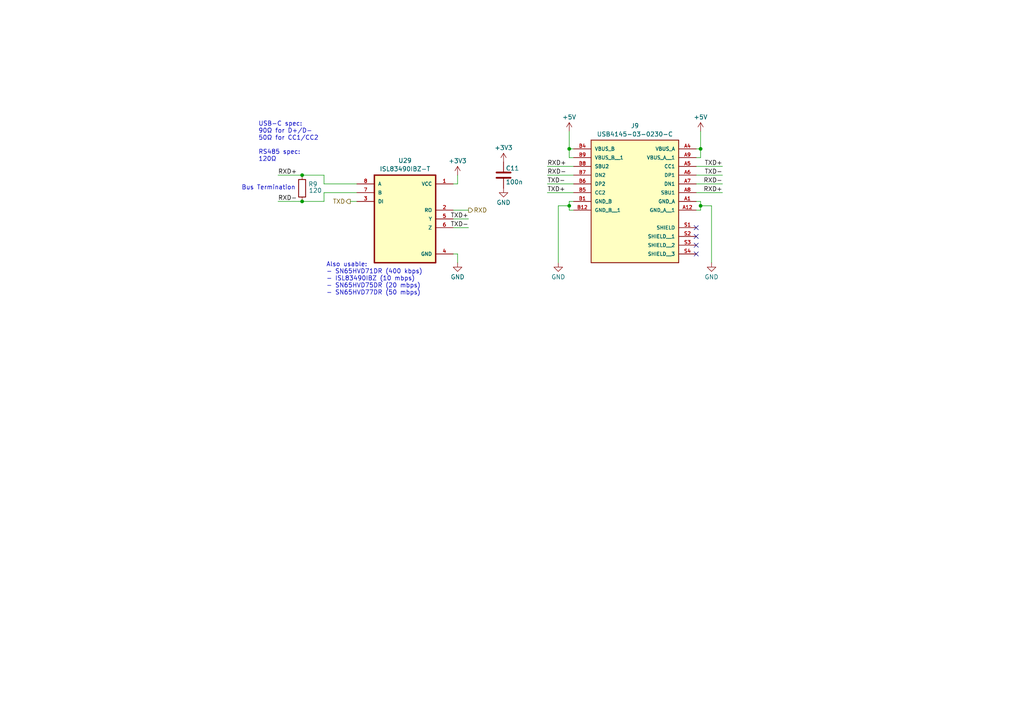
<source format=kicad_sch>
(kicad_sch (version 20230121) (generator eeschema)
  (paper "A4")
  (lib_symbols
    (symbol "Device:C" (pin_numbers hide) (pin_names (offset 0.254))
      (property "Reference" "C" (at 0.635 2.54 0))
      (property "Value" "C" (at 0.635 -2.54 0))
      (symbol "C_0_1"
        (polyline (pts (xy -2.032 -0.762) (xy 2.032 -0.762)) (stroke (width 0.508)))
        (polyline (pts (xy -2.032 0.762) (xy 2.032 0.762)) (stroke (width 0.508)))
      )
      (symbol "C_1_1"
        (pin passive line (at 0 3.81 270) (length 2.794) (name "~") (number "1"))
        (pin passive line (at 0 -3.81 90) (length 2.794) (name "~") (number "2"))
      )
    )
    (symbol "Device:R" (pin_numbers hide) (pin_names (offset 0))
      (property "Reference" "R" (at 2.032 0 90))
      (property "Value" "R" (at 0 0 90))
      (symbol "R_0_1"
        (rectangle (start -1.016 -2.54) (end 1.016 2.54) (stroke (width 0.254)))
      )
      (symbol "R_1_1"
        (pin passive line (at 0 3.81 270) (length 1.27) (name "~") (number "1"))
        (pin passive line (at 0 -3.81 90) (length 1.27) (name "~") (number "2"))
      )
    )
    (symbol "compi:ISL83490IBZ-T" (pin_names (offset 1.016))
      (property "Reference" "U" (at -7.6224 12.704 0))
      (property "Value" "ISL83490IBZ-T" (at -7.6434 -15.2867 0))
      (symbol "ISL83490IBZ-T_0_1"
        (rectangle (start -7.62 -12.7) (end 10.16 12.7) (stroke (width 0.41)) (fill (type background)))
        (pin power_in line (at 15.24 10.16 180) (length 5.08) (name "VCC") (number "1"))
        (pin output line (at 15.24 2.54 180) (length 5.08) (name "RO") (number "2"))
        (pin input line (at -12.7 5.08 0) (length 5.08) (name "DI") (number "3"))
        (pin power_in line (at 15.24 -10.16 180) (length 5.08) (name "GND") (number "4"))
        (pin output line (at 15.24 0 180) (length 5.08) (name "Y") (number "5"))
        (pin output line (at 15.24 -2.54 180) (length 5.08) (name "Z") (number "6"))
        (pin input line (at -12.7 7.62 0) (length 5.08) (name "B") (number "7"))
        (pin input line (at -12.7 10.16 0) (length 5.08) (name "A") (number "8"))
      )
    )
    (symbol "compi:USB4145-03-0230-C" (pin_names (offset 1.016))
      (property "Reference" "J" (at -12.7 10.922 0))
      (property "Value" "USB4145-03-0230-C" (at -12.7 -27.94 0))
      (symbol "USB4145-03-0230-C_0_1"
        (rectangle (start -12.7 -25.4) (end 12.7 10.16) (stroke (width 0.254)) (fill (type background)))
        (pin power_in line (at -17.78 -7.62 0) (length 5.08) (name "GND_A") (number "A1"))
        (pin power_in line (at -17.78 -10.16 0) (length 5.08) (name "GND_A__1") (number "A12"))
        (pin power_in line (at -17.78 7.62 0) (length 5.08) (name "VBUS_A") (number "A4"))
        (pin bidirectional line (at -17.78 2.54 0) (length 5.08) (name "CC1") (number "A5"))
        (pin bidirectional line (at -17.78 0 0) (length 5.08) (name "DP1") (number "A6"))
        (pin bidirectional line (at -17.78 -2.54 0) (length 5.08) (name "DN1") (number "A7"))
        (pin bidirectional line (at -17.78 -5.08 0) (length 5.08) (name "SBU1") (number "A8"))
        (pin power_in line (at -17.78 5.08 0) (length 5.08) (name "VBUS_A__1") (number "A9"))
        (pin power_in line (at 17.78 -7.62 180) (length 5.08) (name "GND_B") (number "B1"))
        (pin power_in line (at 17.78 -10.16 180) (length 5.08) (name "GND_B__1") (number "B12"))
        (pin power_in line (at 17.78 7.62 180) (length 5.08) (name "VBUS_B") (number "B4"))
        (pin bidirectional line (at 17.78 -5.08 180) (length 5.08) (name "CC2") (number "B5"))
        (pin bidirectional line (at 17.78 -2.54 180) (length 5.08) (name "DP2") (number "B6"))
        (pin bidirectional line (at 17.78 0 180) (length 5.08) (name "DN2") (number "B7"))
        (pin bidirectional line (at 17.78 2.54 180) (length 5.08) (name "SBU2") (number "B8"))
        (pin power_in line (at 17.78 5.08 180) (length 5.08) (name "VBUS_B__1") (number "B9"))
        (pin passive line (at -17.78 -15.24 0) (length 5.08) (name "SHIELD") (number "S1"))
        (pin passive line (at -17.78 -17.78 0) (length 5.08) (name "SHIELD__1") (number "S2"))
        (pin passive line (at -17.78 -20.32 0) (length 5.08) (name "SHIELD__2") (number "S3"))
        (pin passive line (at -17.78 -22.86 0) (length 5.08) (name "SHIELD__3") (number "S4"))
      )
    )
    (symbol "power:+3V3" (power) (pin_names (offset 0))
      (property "Value" "+3V3" (at 0 3.556 0))
      (symbol "+3V3_0_1"
        (polyline (pts (xy -0.762 1.27) (xy 0 2.54)))
        (polyline (pts (xy 0 0) (xy 0 2.54)))
        (polyline (pts (xy 0 2.54) (xy 0.762 1.27)))
      )
      (symbol "+3V3_1_1"
        (pin power_in line (at 0 0 90) (length 0) hide (name "+3V3") (number "1"))
      )
    )
    (symbol "power:+5V" (power) (pin_names (offset 0))
      (property "Value" "+5V" (at 0 3.556 0))
      (symbol "+5V_0_1"
        (polyline (pts (xy -0.762 1.27) (xy 0 2.54)))
        (polyline (pts (xy 0 0) (xy 0 2.54)))
        (polyline (pts (xy 0 2.54) (xy 0.762 1.27)))
      )
      (symbol "+5V_1_1"
        (pin power_in line (at 0 0 90) (length 0) hide (name "+5V") (number "1"))
      )
    )
    (symbol "power:GND" (power) (pin_names (offset 0))
      (property "Value" "GND" (at 0 -3.81 0))
      (symbol "GND_0_1"
        (polyline (pts (xy 0 0) (xy 0 -1.27) (xy 1.27 -1.27) (xy 0 -2.54) (xy -1.27 -1.27) (xy 0 -1.27)))
      )
      (symbol "GND_1_1"
        (pin power_in line (at 0 0 270) (length 0) hide (name "GND") (number "1"))
      )
    )
  )
  (junction (at 203.2 59.69))
  (junction (at 87.63 58.42))
  (junction (at 165.1 43.18))
  (junction (at 203.2 43.18))
  (junction (at 87.63 50.8))
  (junction (at 165.1 59.69))
  (no_connect (at 201.93 71.12))
  (no_connect (at 201.93 73.66))
  (no_connect (at 201.93 68.58))
  (no_connect (at 201.93 66.04))
  (wire (pts (xy 158.75 48.26) (xy 166.37 48.26)))
  (wire (pts (xy 80.645 50.8) (xy 87.63 50.8)))
  (wire (pts (xy 165.1 60.96) (xy 166.37 60.96)))
  (wire (pts (xy 131.445 60.96) (xy 135.89 60.96)))
  (wire (pts (xy 161.925 59.69) (xy 161.925 76.2)))
  (wire (pts (xy 87.63 50.8) (xy 93.98 50.8)))
  (wire (pts (xy 101.6 58.42) (xy 103.505 58.42)))
  (wire (pts (xy 165.1 59.69) (xy 165.1 60.96)))
  (wire (pts (xy 131.445 63.5) (xy 135.89 63.5)))
  (wire (pts (xy 201.93 43.18) (xy 203.2 43.18)))
  (wire (pts (xy 165.1 58.42) (xy 166.37 58.42)))
  (wire (pts (xy 93.98 55.88) (xy 103.505 55.88)))
  (wire (pts (xy 131.445 66.04) (xy 135.89 66.04)))
  (wire (pts (xy 165.1 43.18) (xy 165.1 45.72)))
  (wire (pts (xy 203.2 43.18) (xy 203.2 45.72)))
  (wire (pts (xy 165.1 45.72) (xy 166.37 45.72)))
  (wire (pts (xy 203.2 38.1) (xy 203.2 43.18)))
  (wire (pts (xy 209.55 50.8) (xy 201.93 50.8)))
  (wire (pts (xy 93.98 55.88) (xy 93.98 58.42)))
  (wire (pts (xy 158.75 53.34) (xy 166.37 53.34)))
  (wire (pts (xy 206.375 59.69) (xy 206.375 76.2)))
  (wire (pts (xy 93.98 50.8) (xy 93.98 53.34)))
  (wire (pts (xy 203.2 59.69) (xy 206.375 59.69)))
  (wire (pts (xy 203.2 58.42) (xy 203.2 59.69)))
  (wire (pts (xy 158.75 55.88) (xy 166.37 55.88)))
  (wire (pts (xy 93.98 53.34) (xy 103.505 53.34)))
  (wire (pts (xy 165.1 38.1) (xy 165.1 43.18)))
  (wire (pts (xy 80.645 58.42) (xy 87.63 58.42)))
  (wire (pts (xy 161.925 59.69) (xy 165.1 59.69)))
  (wire (pts (xy 209.55 48.26) (xy 201.93 48.26)))
  (wire (pts (xy 201.93 45.72) (xy 203.2 45.72)))
  (wire (pts (xy 87.63 58.42) (xy 93.98 58.42)))
  (wire (pts (xy 203.2 59.69) (xy 203.2 60.96)))
  (wire (pts (xy 165.1 58.42) (xy 165.1 59.69)))
  (wire (pts (xy 209.55 55.88) (xy 201.93 55.88)))
  (wire (pts (xy 131.445 73.66) (xy 132.715 73.66)))
  (wire (pts (xy 131.445 53.34) (xy 132.715 53.34)))
  (wire (pts (xy 209.55 53.34) (xy 201.93 53.34)))
  (wire (pts (xy 201.93 58.42) (xy 203.2 58.42)))
  (wire (pts (xy 132.715 73.66) (xy 132.715 76.2)))
  (wire (pts (xy 132.715 50.8) (xy 132.715 53.34)))
  (wire (pts (xy 201.93 60.96) (xy 203.2 60.96)))
  (wire (pts (xy 165.1 43.18) (xy 166.37 43.18)))
  (wire (pts (xy 158.75 50.8) (xy 166.37 50.8)))
  (text "USB-C spec:\n90Ω for D+/D-\n50Ω for CC1/CC2\n\nRS485 spec:\n120Ω" (at 74.93 46.99 0) (effects (font (size 1.27 1.27)) (justify left bottom)))
  (text "Also usable:\n- SN65HVD71DR (400 kbps)\n- ISL83490IBZ (10 mbps)\n- SN65HVD75DR (20 mbps)\n- SN65HVD77DR (50 mbps)" (at 94.615 85.725 0) (effects (font (size 1.27 1.27)) (justify left bottom)))
  (text "Bus Termination" (at 85.725 55.245 0) (effects (font (size 1.27 1.27)) (justify right bottom)))
  (label "RXD+" (at 80.645 50.8 0))
  (label "TXD+" (at 209.55 48.26 180))
  (label "TXD+" (at 135.89 63.5 180))
  (label "RXD-" (at 209.55 53.34 180))
  (label "RXD-" (at 158.75 50.8 0))
  (label "TXD+" (at 158.75 55.88 0))
  (label "TXD-" (at 135.89 66.04 180))
  (label "TXD-" (at 158.75 53.34 0))
  (label "RXD-" (at 80.645 58.42 0))
  (label "TXD-" (at 209.55 50.8 180))
  (label "RXD+" (at 209.55 55.88 180))
  (label "RXD+" (at 158.75 48.26 0))
  (hierarchical_label "RXD" (shape output) (at 135.89 60.96 0))
  (hierarchical_label "TXD" (shape output) (at 101.6 58.42 180))
  (symbol (lib_id "power:+3V3") (at 146.05 46.99 0) (unit 1)
    (property "Reference" "#PWR053" (effects hide))
    (property "Value" "+3V3" (at 146.05 42.8569 0))
    (instances (project "ice40-up5k-breakout" (path "" (reference "#PWR053") (unit 1)) (path "" (reference "#PWR0148") (unit 1)) (path "" (reference "#PWR0146") (unit 1)) (path "" (reference "#PWR0144") (unit 1)) (path "" (reference "#PWR0142") (unit 1)) (path "" (reference "#PWR072") (unit 1)) (path "" (reference "#PWR068") (unit 1)) (path "" (reference "#PWR064") (unit 1)) (path "" (reference "#PWR060") (unit 1)) (path "" (reference "#PWR?") (unit 1)) (path "" (reference "#PWR049") (unit 1)) (path "" (reference "#PWR045") (unit 1)) (path "" (reference "#PWR041") (unit 1)) (path "" (reference "#PWR035") (unit 1)) (path "" (reference "#PWR031") (unit 1)) (path "" (reference "#PWR027") (unit 1)) (path "" (reference "#PWR023") (unit 1))))
  )
  (symbol (lib_id "power:GND") (at 206.375 76.2 0) (unit 1)
    (property "Reference" "#PWR0126" (effects hide))
    (property "Value" "GND" (at 206.375 80.3331 0))
    (instances (project "ice40-up5k-breakout" (path "" (reference "#PWR0126") (unit 1)) (path "" (reference "#PWR0127") (unit 1)) (path "" (reference "#PWR0128") (unit 1)) (path "" (reference "#PWR0129") (unit 1)) (path "" (reference "#PWR0130") (unit 1)) (path "" (reference "#PWR0133") (unit 1)) (path "" (reference "#PWR0131") (unit 1)) (path "" (reference "#PWR0132") (unit 1)) (path "" (reference "#PWR0134") (unit 1)) (path "" (reference "#PWR0135") (unit 1)) (path "" (reference "#PWR0136") (unit 1)) (path "" (reference "#PWR0137") (unit 1)) (path "" (reference "#PWR0138") (unit 1)) (path "" (reference "#PWR0139") (unit 1)) (path "" (reference "#PWR0140") (unit 1)) (path "" (reference "#PWR0141") (unit 1))))
  )
  (symbol (lib_id "power:GND") (at 161.925 76.2 0) (unit 1)
    (property "Reference" "#PWR0110" (effects hide))
    (property "Value" "GND" (at 161.925 80.3331 0))
    (instances (project "ice40-up5k-breakout" (path "" (reference "#PWR0110") (unit 1)) (path "" (reference "#PWR0111") (unit 1)) (path "" (reference "#PWR0112") (unit 1)) (path "" (reference "#PWR0113") (unit 1)) (path "" (reference "#PWR0114") (unit 1)) (path "" (reference "#PWR0117") (unit 1)) (path "" (reference "#PWR0115") (unit 1)) (path "" (reference "#PWR0116") (unit 1)) (path "" (reference "#PWR0118") (unit 1)) (path "" (reference "#PWR0119") (unit 1)) (path "" (reference "#PWR0120") (unit 1)) (path "" (reference "#PWR0121") (unit 1)) (path "" (reference "#PWR0122") (unit 1)) (path "" (reference "#PWR0123") (unit 1)) (path "" (reference "#PWR0124") (unit 1)) (path "" (reference "#PWR0125") (unit 1))))
  )
  (symbol (lib_id "Device:R") (at 87.63 54.61 180) (unit 1)
    (property "Reference" "R9" (at 89.408 53.3979 0) (effects (justify right)))
    (property "Value" "120" (at 89.535 55.245 0) (effects (justify right)))
    (property "Footprint" "Resistor_SMD:R_0603_1608Metric_Pad0.98x0.95mm_HandSolder" (effects hide))
    (instances (project "ice40-up5k-breakout" (path "" (reference "R9") (unit 1)) (path "" (reference "R18") (unit 1)) (path "" (reference "R16") (unit 1)) (path "" (reference "R15") (unit 1)) (path "" (reference "R14") (unit 1)) (path "" (reference "R13") (unit 1)) (path "" (reference "R12") (unit 1)) (path "" (reference "R11") (unit 1)) (path "" (reference "R10") (unit 1)) (path "" (reference "R1") (unit 1)) (path "" (reference "R7") (unit 1)) (path "" (reference "R6") (unit 1)) (path "" (reference "R8") (unit 1)) (path "" (reference "R5") (unit 1)) (path "" (reference "R4") (unit 1)) (path "" (reference "R3") (unit 1)) (path "" (reference "R2") (unit 1))))
  )
  (symbol (lib_id "Device:C") (at 146.05 50.8 0) (unit 1)
    (property "Reference" "C11" (at 146.685 49.53 0) (effects (justify left bottom)))
    (property "Value" "100n" (at 146.685 52.07 0) (effects (justify left top)))
    (property "Footprint" "Capacitor_SMD:C_0603_1608Metric_Pad1.08x0.95mm_HandSolder" (effects hide))
    (instances (project "ice40-up5k-breakout" (path "" (reference "C11") (unit 1)) (path "" (reference "C19") (unit 1)) (path "" (reference "C18") (unit 1)) (path "" (reference "C17") (unit 1)) (path "" (reference "C16") (unit 1)) (path "" (reference "C15") (unit 1)) (path "" (reference "C14") (unit 1)) (path "" (reference "C13") (unit 1)) (path "" (reference "C12") (unit 1)) (path "" (reference "C?") (unit 1)) (path "" (reference "C10") (unit 1)) (path "" (reference "C9") (unit 1)) (path "" (reference "C8") (unit 1)) (path "" (reference "C7") (unit 1)) (path "" (reference "C6") (unit 1)) (path "" (reference "C5") (unit 1)) (path "" (reference "C4") (unit 1))))
  )
  (symbol (lib_id "power:+3V3") (at 132.715 50.8 0) (unit 1)
    (property "Reference" "#PWR06" (effects hide))
    (property "Value" "+3V3" (at 132.715 46.6669 0))
    (instances (project "ice40-up5k-breakout" (path "" (reference "#PWR06") (unit 1)) (path "" (reference "#PWR09") (unit 1)) (path "" (reference "#PWR013") (unit 1)) (path "" (reference "#PWR017") (unit 1)) (path "" (reference "#PWR021") (unit 1)) (path "" (reference "#PWR033") (unit 1)) (path "" (reference "#PWR025") (unit 1)) (path "" (reference "#PWR029") (unit 1)) (path "" (reference "#PWR039") (unit 1)) (path "" (reference "#PWR043") (unit 1)) (path "" (reference "#PWR047") (unit 1)) (path "" (reference "#PWR051") (unit 1)) (path "" (reference "#PWR058") (unit 1)) (path "" (reference "#PWR062") (unit 1)) (path "" (reference "#PWR066") (unit 1)) (path "" (reference "#PWR070") (unit 1))))
  )
  (symbol (lib_id "power:+5V") (at 203.2 38.1 0) (unit 1)
    (property "Reference" "#PWR094" (effects hide))
    (property "Value" "+5V" (at 203.2 33.9669 0))
    (instances (project "ice40-up5k-breakout" (path "" (reference "#PWR094") (unit 1)) (path "" (reference "#PWR095") (unit 1)) (path "" (reference "#PWR096") (unit 1)) (path "" (reference "#PWR097") (unit 1)) (path "" (reference "#PWR098") (unit 1)) (path "" (reference "#PWR0101") (unit 1)) (path "" (reference "#PWR099") (unit 1)) (path "" (reference "#PWR0100") (unit 1)) (path "" (reference "#PWR0102") (unit 1)) (path "" (reference "#PWR0103") (unit 1)) (path "" (reference "#PWR0104") (unit 1)) (path "" (reference "#PWR0105") (unit 1)) (path "" (reference "#PWR0106") (unit 1)) (path "" (reference "#PWR0107") (unit 1)) (path "" (reference "#PWR0108") (unit 1)) (path "" (reference "#PWR0109") (unit 1))))
  )
  (symbol (lib_id "power:GND") (at 132.715 76.2 0) (unit 1)
    (property "Reference" "#PWR05" (effects hide))
    (property "Value" "GND" (at 132.715 80.3331 0))
    (instances (project "ice40-up5k-breakout" (path "" (reference "#PWR05") (unit 1)) (path "" (reference "#PWR010") (unit 1)) (path "" (reference "#PWR014") (unit 1)) (path "" (reference "#PWR018") (unit 1)) (path "" (reference "#PWR022") (unit 1)) (path "" (reference "#PWR034") (unit 1)) (path "" (reference "#PWR026") (unit 1)) (path "" (reference "#PWR030") (unit 1)) (path "" (reference "#PWR040") (unit 1)) (path "" (reference "#PWR044") (unit 1)) (path "" (reference "#PWR048") (unit 1)) (path "" (reference "#PWR052") (unit 1)) (path "" (reference "#PWR059") (unit 1)) (path "" (reference "#PWR063") (unit 1)) (path "" (reference "#PWR067") (unit 1)) (path "" (reference "#PWR071") (unit 1))))
  )
  (symbol (lib_id "compi:USB4145-03-0230-C") (at 184.15 50.8 0) (mirror y) (unit 1)
    (property "Reference" "J9" (at 184.15 36.4957 0))
    (property "Value" "USB4145-03-0230-C" (at 184.15 38.9199 0))
    (property "Footprint" "compi:USB4145-03-0230-C" (effects hide))
    (property "Datasheet" "https://mm.digikey.com/Volume0/opasdata/d220001/medias/docus/5561/USB4145 - Product Drawing.pdf" (effects hide))
    (property "DigiKey Part No." "2073-USB4145-03-0230-CCT-ND" (effects hide))
    (property "TroniDex Part No." "USB4145-03-0230-C" (effects hide))
    (instances (project "ice40-up5k-breakout" (path "" (reference "J9") (unit 1)) (path "" (reference "J2") (unit 1)) (path "" (reference "J3") (unit 1)) (path "" (reference "J4") (unit 1)) (path "" (reference "J5") (unit 1)) (path "" (reference "J6") (unit 1)) (path "" (reference "J7") (unit 1)) (path "" (reference "J8") (unit 1)) (path "" (reference "J10") (unit 1)) (path "" (reference "J11") (unit 1)) (path "" (reference "J12") (unit 1)) (path "" (reference "J13") (unit 1)) (path "" (reference "J14") (unit 1)) (path "" (reference "J15") (unit 1)) (path "" (reference "J16") (unit 1)) (path "" (reference "J17") (unit 1))))
  )
  (symbol (lib_id "compi:ISL83490IBZ-T") (at 116.205 63.5 0) (unit 1)
    (property "Reference" "U29" (at 117.475 46.5777 0))
    (property "Value" "ISL83490IBZ-T" (at 117.475 49.0019 0))
    (property "Footprint" "compi:isl83490ibz" (effects hide))
    (property "Datasheet" "https://www.renesas.com/us/en/document/dst/isl83483-isl83485-isl83488-isl83490-isl83491-datasheet" (effects hide))
    (property "DigiKey Part No." "ISL83490IBZ-TCT-ND" (effects hide))
    (property "TroniDex Part No." "ISL83490IBZ-T" (effects hide))
    (property "LCSC Part No." "C141852" (effects hide))
    (instances (project "ice40-up5k-breakout" (path "" (reference "U29") (unit 1)) (path "" (reference "U1") (unit 1)) (path "" (reference "U21") (unit 1)) (path "" (reference "U22") (unit 1)) (path "" (reference "U23") (unit 1)) (path "" (reference "U24") (unit 1)) (path "" (reference "U25") (unit 1)) (path "" (reference "U26") (unit 1)) (path "" (reference "U27") (unit 1)) (path "" (reference "U28") (unit 1)) (path "" (reference "U30") (unit 1)) (path "" (reference "U31") (unit 1)) (path "" (reference "U32") (unit 1)) (path "" (reference "U33") (unit 1)) (path "" (reference "U34") (unit 1)) (path "" (reference "U35") (unit 1))))
  )
  (symbol (lib_id "power:GND") (at 146.05 54.61 0) (unit 1)
    (property "Reference" "#PWR054" (effects hide))
    (property "Value" "GND" (at 146.05 58.7431 0))
    (instances (project "ice40-up5k-breakout" (path "" (reference "#PWR054") (unit 1)) (path "" (reference "#PWR0149") (unit 1)) (path "" (reference "#PWR0147") (unit 1)) (path "" (reference "#PWR0145") (unit 1)) (path "" (reference "#PWR0143") (unit 1)) (path "" (reference "#PWR073") (unit 1)) (path "" (reference "#PWR069") (unit 1)) (path "" (reference "#PWR065") (unit 1)) (path "" (reference "#PWR061") (unit 1)) (path "" (reference "#PWR?") (unit 1)) (path "" (reference "#PWR050") (unit 1)) (path "" (reference "#PWR046") (unit 1)) (path "" (reference "#PWR042") (unit 1)) (path "" (reference "#PWR036") (unit 1)) (path "" (reference "#PWR032") (unit 1)) (path "" (reference "#PWR028") (unit 1)) (path "" (reference "#PWR024") (unit 1))))
  )
  (symbol (lib_id "power:+5V") (at 165.1 38.1 0) (unit 1)
    (property "Reference" "#PWR078" (effects hide))
    (property "Value" "+5V" (at 165.1 33.9669 0))
    (instances (project "ice40-up5k-breakout" (path "" (reference "#PWR078") (unit 1)) (path "" (reference "#PWR079") (unit 1)) (path "" (reference "#PWR080") (unit 1)) (path "" (reference "#PWR081") (unit 1)) (path "" (reference "#PWR082") (unit 1)) (path "" (reference "#PWR085") (unit 1)) (path "" (reference "#PWR083") (unit 1)) (path "" (reference "#PWR084") (unit 1)) (path "" (reference "#PWR086") (unit 1)) (path "" (reference "#PWR087") (unit 1)) (path "" (reference "#PWR088") (unit 1)) (path "" (reference "#PWR089") (unit 1)) (path "" (reference "#PWR090") (unit 1)) (path "" (reference "#PWR091") (unit 1)) (path "" (reference "#PWR092") (unit 1)) (path "" (reference "#PWR093") (unit 1))))
  )
)
</source>
